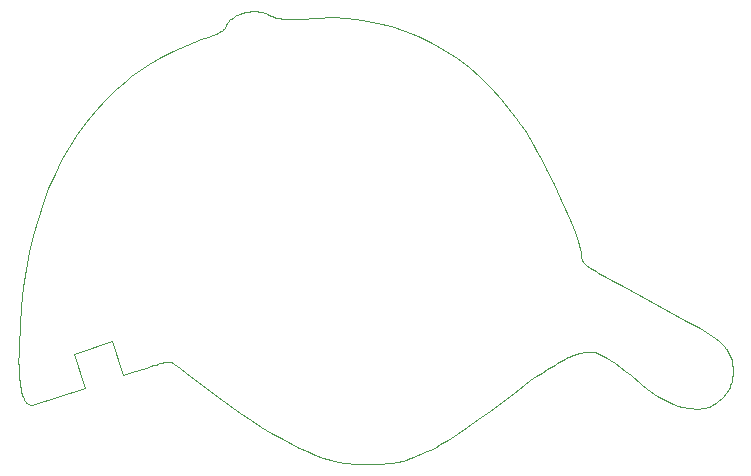
<source format=gbr>
%TF.GenerationSoftware,KiCad,Pcbnew,8.0.5-8.0.5-0~ubuntu22.04.1*%
%TF.CreationDate,2024-10-09T17:19:14-04:00*%
%TF.ProjectId,blinkencap,626c696e-6b65-46e6-9361-702e6b696361,1.0*%
%TF.SameCoordinates,Original*%
%TF.FileFunction,Profile,NP*%
%FSLAX46Y46*%
G04 Gerber Fmt 4.6, Leading zero omitted, Abs format (unit mm)*
G04 Created by KiCad (PCBNEW 8.0.5-8.0.5-0~ubuntu22.04.1) date 2024-10-09 17:19:14*
%MOMM*%
%LPD*%
G01*
G04 APERTURE LIST*
%TA.AperFunction,Profile*%
%ADD10C,0.100000*%
%TD*%
G04 APERTURE END LIST*
D10*
%TO.C,CAPOUTLINE\u002A*%
X61000000Y-32400000D02*
X61129372Y-32408754D01*
X61257110Y-32423258D01*
X61382801Y-32443628D01*
X61506031Y-32469979D01*
X61626386Y-32502429D01*
X61743452Y-32541092D01*
X61856815Y-32586084D01*
X61966061Y-32637522D01*
X62112983Y-32709036D01*
X62261065Y-32773875D01*
X62410906Y-32832121D01*
X62563108Y-32883859D01*
X62718269Y-32929170D01*
X62876989Y-32968137D01*
X63039868Y-33000843D01*
X63207505Y-33027370D01*
X63380501Y-33047801D01*
X63559455Y-33062219D01*
X63744967Y-33070706D01*
X63937636Y-33073346D01*
X64138063Y-33070220D01*
X64346847Y-33061412D01*
X64564587Y-33047004D01*
X64791884Y-33027079D01*
X66129901Y-32936045D01*
X67445087Y-32925667D01*
X68735995Y-32995307D01*
X70001176Y-33144328D01*
X71239183Y-33372091D01*
X72448567Y-33677959D01*
X73627881Y-34061294D01*
X74775675Y-34521458D01*
X75890504Y-35057814D01*
X76970917Y-35669724D01*
X78015468Y-36356550D01*
X79022708Y-37117653D01*
X79991189Y-37952398D01*
X80919463Y-38860145D01*
X81806083Y-39840257D01*
X82649600Y-40892096D01*
X83040146Y-41421474D01*
X83410120Y-41949914D01*
X83766732Y-42489320D01*
X84117188Y-43051599D01*
X84468696Y-43648655D01*
X84828466Y-44292392D01*
X85203704Y-44994717D01*
X85601619Y-45767535D01*
X86221638Y-47015151D01*
X86778486Y-48185875D01*
X87267647Y-49268631D01*
X87684606Y-50252341D01*
X88024848Y-51125930D01*
X88283859Y-51878321D01*
X88457123Y-52498437D01*
X88510189Y-52755431D01*
X88540126Y-52975203D01*
X88553819Y-53126687D01*
X88561452Y-53195880D01*
X88570938Y-53261632D01*
X88583274Y-53324638D01*
X88599457Y-53385593D01*
X88620484Y-53445190D01*
X88647351Y-53504125D01*
X88681055Y-53563091D01*
X88722593Y-53622783D01*
X88772963Y-53683896D01*
X88833159Y-53747124D01*
X88904181Y-53813161D01*
X88987023Y-53882702D01*
X89082684Y-53956441D01*
X89192159Y-54035073D01*
X89316446Y-54119292D01*
X89456541Y-54209792D01*
X89613442Y-54307268D01*
X89788144Y-54412415D01*
X89981646Y-54525926D01*
X90194943Y-54648496D01*
X90684911Y-54923592D01*
X91266023Y-55243257D01*
X91946253Y-55613048D01*
X93635966Y-56525225D01*
X97463866Y-58608718D01*
X98610962Y-59255291D01*
X99380758Y-59714448D01*
X99873709Y-60043214D01*
X100190267Y-60298614D01*
X100696017Y-60817416D01*
X100759914Y-60886137D01*
X100820368Y-60957456D01*
X100877440Y-61031223D01*
X100931190Y-61107290D01*
X101028972Y-61265730D01*
X101114205Y-61431587D01*
X101187379Y-61603673D01*
X101248984Y-61780798D01*
X101299511Y-61961773D01*
X101339450Y-62145411D01*
X101369290Y-62330521D01*
X101389523Y-62515917D01*
X101400639Y-62700408D01*
X101403127Y-62882805D01*
X101397478Y-63061921D01*
X101384182Y-63236567D01*
X101363730Y-63405553D01*
X101336611Y-63567691D01*
X101297034Y-63745372D01*
X101248743Y-63913948D01*
X101192804Y-64073475D01*
X101130281Y-64224007D01*
X101062240Y-64365601D01*
X100989745Y-64498312D01*
X100913862Y-64622195D01*
X100835655Y-64737305D01*
X100756189Y-64843698D01*
X100676529Y-64941430D01*
X100597741Y-65030555D01*
X100520888Y-65111130D01*
X100447037Y-65183209D01*
X100377251Y-65246848D01*
X100254138Y-65349028D01*
X100099945Y-65465723D01*
X99951065Y-65571098D01*
X99805825Y-65665339D01*
X99662556Y-65748634D01*
X99519585Y-65821168D01*
X99375240Y-65883128D01*
X99227850Y-65934699D01*
X99152491Y-65956647D01*
X99075744Y-65976068D01*
X98997400Y-65992985D01*
X98917251Y-66007421D01*
X98750697Y-66028944D01*
X98574413Y-66040824D01*
X98386727Y-66043246D01*
X98185967Y-66036397D01*
X97970461Y-66020463D01*
X97738539Y-65995630D01*
X97488528Y-65962084D01*
X97294515Y-65929731D01*
X97102890Y-65889845D01*
X96727050Y-65789124D01*
X96361491Y-65663214D01*
X96006699Y-65515411D01*
X95663159Y-65349007D01*
X95331356Y-65167297D01*
X95011775Y-64973576D01*
X94704900Y-64771136D01*
X94411217Y-64563273D01*
X94131211Y-64353281D01*
X93614168Y-63940082D01*
X92765540Y-63233069D01*
X92292932Y-62858383D01*
X91836030Y-62506807D01*
X91398308Y-62184861D01*
X90983238Y-61899067D01*
X90785283Y-61771764D01*
X90594295Y-61655946D01*
X90410706Y-61552426D01*
X90234952Y-61462019D01*
X90067466Y-61385542D01*
X89908682Y-61323809D01*
X89759036Y-61277635D01*
X89618960Y-61247836D01*
X89516745Y-61234436D01*
X89411269Y-61225932D01*
X89302739Y-61222254D01*
X89191363Y-61223335D01*
X89077346Y-61229104D01*
X88960896Y-61239492D01*
X88842220Y-61254430D01*
X88721525Y-61273848D01*
X88599018Y-61297678D01*
X88474905Y-61325849D01*
X88349394Y-61358293D01*
X88222692Y-61394940D01*
X88095006Y-61435721D01*
X87966542Y-61480567D01*
X87837507Y-61529408D01*
X87708110Y-61582175D01*
X87567264Y-61643220D01*
X87436206Y-61702975D01*
X87314437Y-61761280D01*
X87201460Y-61817973D01*
X86999898Y-61925871D01*
X86827544Y-62025373D01*
X86554557Y-62194008D01*
X86445974Y-62260549D01*
X86350695Y-62313510D01*
X86030061Y-62489256D01*
X85640719Y-62723367D01*
X85200369Y-63003853D01*
X84726712Y-63318728D01*
X84237447Y-63656004D01*
X83750274Y-64003694D01*
X83282894Y-64349810D01*
X82853007Y-64682364D01*
X81832190Y-65477147D01*
X80816411Y-66239377D01*
X79829127Y-66954896D01*
X78893797Y-67609547D01*
X78033880Y-68189172D01*
X77272835Y-68679615D01*
X76634119Y-69066717D01*
X76141192Y-69336322D01*
X75760214Y-69523134D01*
X75526684Y-69633976D01*
X75269625Y-69752696D01*
X74992911Y-69876486D01*
X74700417Y-70002536D01*
X74396016Y-70128036D01*
X74083583Y-70250178D01*
X73883892Y-70322595D01*
X73691065Y-70386190D01*
X73505026Y-70441612D01*
X73325697Y-70489510D01*
X73153002Y-70530535D01*
X72986863Y-70565336D01*
X72827203Y-70594564D01*
X72673945Y-70618867D01*
X72386327Y-70655299D01*
X72123393Y-70679830D01*
X71669108Y-70713984D01*
X71409102Y-70727413D01*
X71047130Y-70734127D01*
X70615897Y-70734217D01*
X70148104Y-70727772D01*
X69676454Y-70714881D01*
X69233650Y-70695635D01*
X68852394Y-70670123D01*
X68565390Y-70638434D01*
X68565394Y-70638423D01*
X67969111Y-70528687D01*
X67350173Y-70376679D01*
X66707612Y-70181861D01*
X66040462Y-69943694D01*
X65347753Y-69661638D01*
X64628520Y-69335156D01*
X63881793Y-68963707D01*
X63106606Y-68546754D01*
X62301991Y-68083757D01*
X61466981Y-67574178D01*
X60600608Y-67017477D01*
X59701904Y-66413116D01*
X58769901Y-65760556D01*
X57803633Y-65059257D01*
X56802132Y-64308682D01*
X55764430Y-63508292D01*
X55126656Y-63017323D01*
X54555010Y-62591020D01*
X54313513Y-62416404D01*
X54111980Y-62275095D01*
X53958223Y-62172808D01*
X53860053Y-62115256D01*
X53830282Y-62101020D01*
X53800727Y-62088190D01*
X53770372Y-62077057D01*
X53738202Y-62067911D01*
X53703200Y-62061042D01*
X53664352Y-62056742D01*
X53620642Y-62055300D01*
X53571054Y-62057007D01*
X53514573Y-62062153D01*
X53450183Y-62071030D01*
X53376868Y-62083928D01*
X53293613Y-62101136D01*
X53199403Y-62122946D01*
X53093221Y-62149647D01*
X52974052Y-62181532D01*
X52840881Y-62218889D01*
X52692692Y-62262010D01*
X52528470Y-62311184D01*
X52347198Y-62366703D01*
X52147862Y-62428858D01*
X51690932Y-62574232D01*
X51149557Y-62749633D01*
X50515611Y-62957383D01*
X49780970Y-63199806D01*
X48810000Y-60330000D01*
X45575951Y-61414845D01*
X46530980Y-64324835D01*
X42021275Y-65731001D01*
X41941124Y-65726246D01*
X41863907Y-65710039D01*
X41789635Y-65682422D01*
X41718319Y-65643436D01*
X41649968Y-65593122D01*
X41584593Y-65531520D01*
X41522205Y-65458672D01*
X41462814Y-65374619D01*
X41406431Y-65279403D01*
X41353065Y-65173063D01*
X41302728Y-65055641D01*
X41255429Y-64927179D01*
X41211180Y-64787717D01*
X41169991Y-64637296D01*
X41131872Y-64475958D01*
X41096834Y-64303744D01*
X41064887Y-64120694D01*
X41036041Y-63926849D01*
X41010307Y-63722251D01*
X40987696Y-63506942D01*
X40968218Y-63280961D01*
X40951883Y-63044349D01*
X40938702Y-62797149D01*
X40928685Y-62539401D01*
X40918186Y-61992426D01*
X40920469Y-61403752D01*
X40935619Y-60773707D01*
X41017847Y-59049326D01*
X41148184Y-57386314D01*
X41327032Y-55783526D01*
X41554792Y-54239813D01*
X41831867Y-52754028D01*
X42158659Y-51325024D01*
X42535570Y-49951653D01*
X42963002Y-48632768D01*
X43441358Y-47367221D01*
X43971038Y-46153864D01*
X44552446Y-44991551D01*
X45185984Y-43879133D01*
X45872053Y-42815464D01*
X46611055Y-41799396D01*
X47403394Y-40829781D01*
X48249470Y-39905472D01*
X48680619Y-39471907D01*
X49118238Y-39055640D01*
X49563157Y-38656145D01*
X50016209Y-38272894D01*
X50478225Y-37905362D01*
X50950037Y-37553021D01*
X51432477Y-37215345D01*
X51926375Y-36891807D01*
X52432564Y-36581880D01*
X52951875Y-36285038D01*
X53485139Y-36000753D01*
X54033189Y-35728498D01*
X54596856Y-35467748D01*
X55176971Y-35217976D01*
X55774366Y-34978653D01*
X56389872Y-34749255D01*
X56973417Y-34537430D01*
X57428121Y-34365551D01*
X57612909Y-34291468D01*
X57772387Y-34223625D01*
X57908855Y-34160771D01*
X58024614Y-34101658D01*
X58121964Y-34045036D01*
X58203204Y-33989657D01*
X58270635Y-33934271D01*
X58326558Y-33877629D01*
X58373271Y-33818481D01*
X58413075Y-33755579D01*
X58448271Y-33687673D01*
X58481158Y-33613515D01*
X58525566Y-33519044D01*
X58578274Y-33427541D01*
X58638868Y-33339122D01*
X58706934Y-33253903D01*
X58782059Y-33172000D01*
X58863827Y-33093528D01*
X58951826Y-33018605D01*
X59045641Y-32947344D01*
X59144859Y-32879863D01*
X59249065Y-32816277D01*
X59357847Y-32756703D01*
X59470789Y-32701256D01*
X59587479Y-32650051D01*
X59707501Y-32603206D01*
X59830443Y-32560836D01*
X59955891Y-32523056D01*
X60083430Y-32489984D01*
X60212647Y-32461734D01*
X60343127Y-32438422D01*
X60474457Y-32420165D01*
X60606224Y-32407078D01*
X60738012Y-32399278D01*
X60869409Y-32396880D01*
X61000000Y-32400000D01*
%TD*%
M02*

</source>
